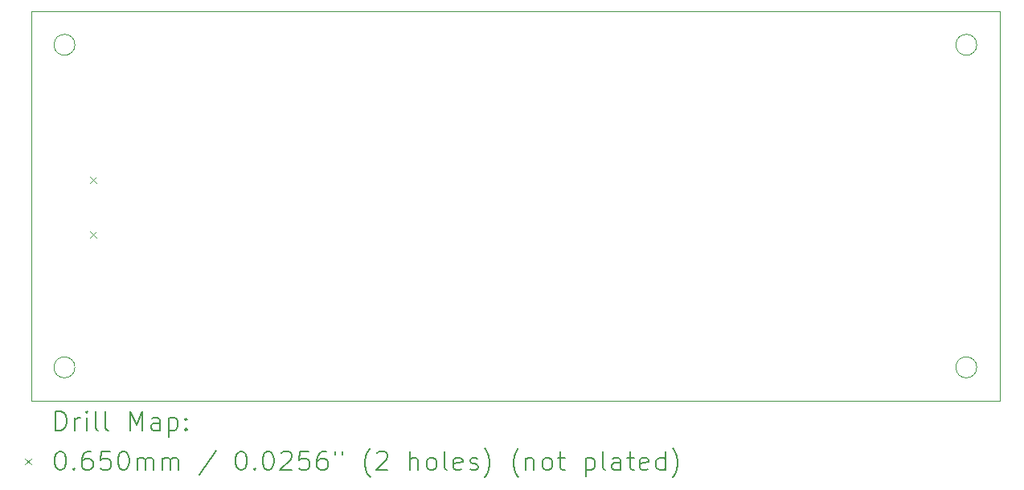
<source format=gbr>
%TF.GenerationSoftware,KiCad,Pcbnew,9.0.6-9.0.6~ubuntu24.04.1*%
%TF.CreationDate,2026-01-01T18:34:58+01:00*%
%TF.ProjectId,security-system,73656375-7269-4747-992d-73797374656d,0*%
%TF.SameCoordinates,Original*%
%TF.FileFunction,Drillmap*%
%TF.FilePolarity,Positive*%
%FSLAX45Y45*%
G04 Gerber Fmt 4.5, Leading zero omitted, Abs format (unit mm)*
G04 Created by KiCad (PCBNEW 9.0.6-9.0.6~ubuntu24.04.1) date 2026-01-01 18:34:58*
%MOMM*%
%LPD*%
G01*
G04 APERTURE LIST*
%ADD10C,0.038100*%
%ADD11C,0.200000*%
%ADD12C,0.100000*%
G04 APERTURE END LIST*
D10*
X22700000Y-10700000D02*
X22700000Y-6600000D01*
X12500000Y-10700000D02*
X22700000Y-10700000D01*
X12960000Y-10350000D02*
G75*
G02*
X12740000Y-10350000I-110000J0D01*
G01*
X12740000Y-10350000D02*
G75*
G02*
X12960000Y-10350000I110000J0D01*
G01*
X12500000Y-6600000D02*
X12500000Y-10700000D01*
X22700000Y-6600000D02*
X12500000Y-6600000D01*
X12960000Y-6950000D02*
G75*
G02*
X12740000Y-6950000I-110000J0D01*
G01*
X12740000Y-6950000D02*
G75*
G02*
X12960000Y-6950000I110000J0D01*
G01*
X22460000Y-10350000D02*
G75*
G02*
X22240000Y-10350000I-110000J0D01*
G01*
X22240000Y-10350000D02*
G75*
G02*
X22460000Y-10350000I110000J0D01*
G01*
X22460000Y-6950000D02*
G75*
G02*
X22240000Y-6950000I-110000J0D01*
G01*
X22240000Y-6950000D02*
G75*
G02*
X22460000Y-6950000I110000J0D01*
G01*
D11*
D12*
X13123500Y-8340500D02*
X13188500Y-8405500D01*
X13188500Y-8340500D02*
X13123500Y-8405500D01*
X13123500Y-8918500D02*
X13188500Y-8983500D01*
X13188500Y-8918500D02*
X13123500Y-8983500D01*
D11*
X12758872Y-11013389D02*
X12758872Y-10813389D01*
X12758872Y-10813389D02*
X12806491Y-10813389D01*
X12806491Y-10813389D02*
X12835062Y-10822913D01*
X12835062Y-10822913D02*
X12854110Y-10841960D01*
X12854110Y-10841960D02*
X12863634Y-10861008D01*
X12863634Y-10861008D02*
X12873157Y-10899103D01*
X12873157Y-10899103D02*
X12873157Y-10927675D01*
X12873157Y-10927675D02*
X12863634Y-10965770D01*
X12863634Y-10965770D02*
X12854110Y-10984817D01*
X12854110Y-10984817D02*
X12835062Y-11003865D01*
X12835062Y-11003865D02*
X12806491Y-11013389D01*
X12806491Y-11013389D02*
X12758872Y-11013389D01*
X12958872Y-11013389D02*
X12958872Y-10880055D01*
X12958872Y-10918151D02*
X12968396Y-10899103D01*
X12968396Y-10899103D02*
X12977919Y-10889579D01*
X12977919Y-10889579D02*
X12996967Y-10880055D01*
X12996967Y-10880055D02*
X13016015Y-10880055D01*
X13082681Y-11013389D02*
X13082681Y-10880055D01*
X13082681Y-10813389D02*
X13073157Y-10822913D01*
X13073157Y-10822913D02*
X13082681Y-10832436D01*
X13082681Y-10832436D02*
X13092205Y-10822913D01*
X13092205Y-10822913D02*
X13082681Y-10813389D01*
X13082681Y-10813389D02*
X13082681Y-10832436D01*
X13206491Y-11013389D02*
X13187443Y-11003865D01*
X13187443Y-11003865D02*
X13177919Y-10984817D01*
X13177919Y-10984817D02*
X13177919Y-10813389D01*
X13311253Y-11013389D02*
X13292205Y-11003865D01*
X13292205Y-11003865D02*
X13282681Y-10984817D01*
X13282681Y-10984817D02*
X13282681Y-10813389D01*
X13539824Y-11013389D02*
X13539824Y-10813389D01*
X13539824Y-10813389D02*
X13606491Y-10956246D01*
X13606491Y-10956246D02*
X13673157Y-10813389D01*
X13673157Y-10813389D02*
X13673157Y-11013389D01*
X13854110Y-11013389D02*
X13854110Y-10908627D01*
X13854110Y-10908627D02*
X13844586Y-10889579D01*
X13844586Y-10889579D02*
X13825538Y-10880055D01*
X13825538Y-10880055D02*
X13787443Y-10880055D01*
X13787443Y-10880055D02*
X13768396Y-10889579D01*
X13854110Y-11003865D02*
X13835062Y-11013389D01*
X13835062Y-11013389D02*
X13787443Y-11013389D01*
X13787443Y-11013389D02*
X13768396Y-11003865D01*
X13768396Y-11003865D02*
X13758872Y-10984817D01*
X13758872Y-10984817D02*
X13758872Y-10965770D01*
X13758872Y-10965770D02*
X13768396Y-10946722D01*
X13768396Y-10946722D02*
X13787443Y-10937198D01*
X13787443Y-10937198D02*
X13835062Y-10937198D01*
X13835062Y-10937198D02*
X13854110Y-10927675D01*
X13949348Y-10880055D02*
X13949348Y-11080055D01*
X13949348Y-10889579D02*
X13968396Y-10880055D01*
X13968396Y-10880055D02*
X14006491Y-10880055D01*
X14006491Y-10880055D02*
X14025538Y-10889579D01*
X14025538Y-10889579D02*
X14035062Y-10899103D01*
X14035062Y-10899103D02*
X14044586Y-10918151D01*
X14044586Y-10918151D02*
X14044586Y-10975294D01*
X14044586Y-10975294D02*
X14035062Y-10994341D01*
X14035062Y-10994341D02*
X14025538Y-11003865D01*
X14025538Y-11003865D02*
X14006491Y-11013389D01*
X14006491Y-11013389D02*
X13968396Y-11013389D01*
X13968396Y-11013389D02*
X13949348Y-11003865D01*
X14130300Y-10994341D02*
X14139824Y-11003865D01*
X14139824Y-11003865D02*
X14130300Y-11013389D01*
X14130300Y-11013389D02*
X14120777Y-11003865D01*
X14120777Y-11003865D02*
X14130300Y-10994341D01*
X14130300Y-10994341D02*
X14130300Y-11013389D01*
X14130300Y-10889579D02*
X14139824Y-10899103D01*
X14139824Y-10899103D02*
X14130300Y-10908627D01*
X14130300Y-10908627D02*
X14120777Y-10899103D01*
X14120777Y-10899103D02*
X14130300Y-10889579D01*
X14130300Y-10889579D02*
X14130300Y-10908627D01*
D12*
X12433095Y-11309405D02*
X12498095Y-11374405D01*
X12498095Y-11309405D02*
X12433095Y-11374405D01*
D11*
X12796967Y-11233389D02*
X12816015Y-11233389D01*
X12816015Y-11233389D02*
X12835062Y-11242913D01*
X12835062Y-11242913D02*
X12844586Y-11252436D01*
X12844586Y-11252436D02*
X12854110Y-11271484D01*
X12854110Y-11271484D02*
X12863634Y-11309579D01*
X12863634Y-11309579D02*
X12863634Y-11357198D01*
X12863634Y-11357198D02*
X12854110Y-11395293D01*
X12854110Y-11395293D02*
X12844586Y-11414341D01*
X12844586Y-11414341D02*
X12835062Y-11423865D01*
X12835062Y-11423865D02*
X12816015Y-11433389D01*
X12816015Y-11433389D02*
X12796967Y-11433389D01*
X12796967Y-11433389D02*
X12777919Y-11423865D01*
X12777919Y-11423865D02*
X12768396Y-11414341D01*
X12768396Y-11414341D02*
X12758872Y-11395293D01*
X12758872Y-11395293D02*
X12749348Y-11357198D01*
X12749348Y-11357198D02*
X12749348Y-11309579D01*
X12749348Y-11309579D02*
X12758872Y-11271484D01*
X12758872Y-11271484D02*
X12768396Y-11252436D01*
X12768396Y-11252436D02*
X12777919Y-11242913D01*
X12777919Y-11242913D02*
X12796967Y-11233389D01*
X12949348Y-11414341D02*
X12958872Y-11423865D01*
X12958872Y-11423865D02*
X12949348Y-11433389D01*
X12949348Y-11433389D02*
X12939824Y-11423865D01*
X12939824Y-11423865D02*
X12949348Y-11414341D01*
X12949348Y-11414341D02*
X12949348Y-11433389D01*
X13130300Y-11233389D02*
X13092205Y-11233389D01*
X13092205Y-11233389D02*
X13073157Y-11242913D01*
X13073157Y-11242913D02*
X13063634Y-11252436D01*
X13063634Y-11252436D02*
X13044586Y-11281008D01*
X13044586Y-11281008D02*
X13035062Y-11319103D01*
X13035062Y-11319103D02*
X13035062Y-11395293D01*
X13035062Y-11395293D02*
X13044586Y-11414341D01*
X13044586Y-11414341D02*
X13054110Y-11423865D01*
X13054110Y-11423865D02*
X13073157Y-11433389D01*
X13073157Y-11433389D02*
X13111253Y-11433389D01*
X13111253Y-11433389D02*
X13130300Y-11423865D01*
X13130300Y-11423865D02*
X13139824Y-11414341D01*
X13139824Y-11414341D02*
X13149348Y-11395293D01*
X13149348Y-11395293D02*
X13149348Y-11347674D01*
X13149348Y-11347674D02*
X13139824Y-11328627D01*
X13139824Y-11328627D02*
X13130300Y-11319103D01*
X13130300Y-11319103D02*
X13111253Y-11309579D01*
X13111253Y-11309579D02*
X13073157Y-11309579D01*
X13073157Y-11309579D02*
X13054110Y-11319103D01*
X13054110Y-11319103D02*
X13044586Y-11328627D01*
X13044586Y-11328627D02*
X13035062Y-11347674D01*
X13330300Y-11233389D02*
X13235062Y-11233389D01*
X13235062Y-11233389D02*
X13225538Y-11328627D01*
X13225538Y-11328627D02*
X13235062Y-11319103D01*
X13235062Y-11319103D02*
X13254110Y-11309579D01*
X13254110Y-11309579D02*
X13301729Y-11309579D01*
X13301729Y-11309579D02*
X13320777Y-11319103D01*
X13320777Y-11319103D02*
X13330300Y-11328627D01*
X13330300Y-11328627D02*
X13339824Y-11347674D01*
X13339824Y-11347674D02*
X13339824Y-11395293D01*
X13339824Y-11395293D02*
X13330300Y-11414341D01*
X13330300Y-11414341D02*
X13320777Y-11423865D01*
X13320777Y-11423865D02*
X13301729Y-11433389D01*
X13301729Y-11433389D02*
X13254110Y-11433389D01*
X13254110Y-11433389D02*
X13235062Y-11423865D01*
X13235062Y-11423865D02*
X13225538Y-11414341D01*
X13463634Y-11233389D02*
X13482681Y-11233389D01*
X13482681Y-11233389D02*
X13501729Y-11242913D01*
X13501729Y-11242913D02*
X13511253Y-11252436D01*
X13511253Y-11252436D02*
X13520777Y-11271484D01*
X13520777Y-11271484D02*
X13530300Y-11309579D01*
X13530300Y-11309579D02*
X13530300Y-11357198D01*
X13530300Y-11357198D02*
X13520777Y-11395293D01*
X13520777Y-11395293D02*
X13511253Y-11414341D01*
X13511253Y-11414341D02*
X13501729Y-11423865D01*
X13501729Y-11423865D02*
X13482681Y-11433389D01*
X13482681Y-11433389D02*
X13463634Y-11433389D01*
X13463634Y-11433389D02*
X13444586Y-11423865D01*
X13444586Y-11423865D02*
X13435062Y-11414341D01*
X13435062Y-11414341D02*
X13425538Y-11395293D01*
X13425538Y-11395293D02*
X13416015Y-11357198D01*
X13416015Y-11357198D02*
X13416015Y-11309579D01*
X13416015Y-11309579D02*
X13425538Y-11271484D01*
X13425538Y-11271484D02*
X13435062Y-11252436D01*
X13435062Y-11252436D02*
X13444586Y-11242913D01*
X13444586Y-11242913D02*
X13463634Y-11233389D01*
X13616015Y-11433389D02*
X13616015Y-11300055D01*
X13616015Y-11319103D02*
X13625538Y-11309579D01*
X13625538Y-11309579D02*
X13644586Y-11300055D01*
X13644586Y-11300055D02*
X13673158Y-11300055D01*
X13673158Y-11300055D02*
X13692205Y-11309579D01*
X13692205Y-11309579D02*
X13701729Y-11328627D01*
X13701729Y-11328627D02*
X13701729Y-11433389D01*
X13701729Y-11328627D02*
X13711253Y-11309579D01*
X13711253Y-11309579D02*
X13730300Y-11300055D01*
X13730300Y-11300055D02*
X13758872Y-11300055D01*
X13758872Y-11300055D02*
X13777919Y-11309579D01*
X13777919Y-11309579D02*
X13787443Y-11328627D01*
X13787443Y-11328627D02*
X13787443Y-11433389D01*
X13882681Y-11433389D02*
X13882681Y-11300055D01*
X13882681Y-11319103D02*
X13892205Y-11309579D01*
X13892205Y-11309579D02*
X13911253Y-11300055D01*
X13911253Y-11300055D02*
X13939824Y-11300055D01*
X13939824Y-11300055D02*
X13958872Y-11309579D01*
X13958872Y-11309579D02*
X13968396Y-11328627D01*
X13968396Y-11328627D02*
X13968396Y-11433389D01*
X13968396Y-11328627D02*
X13977919Y-11309579D01*
X13977919Y-11309579D02*
X13996967Y-11300055D01*
X13996967Y-11300055D02*
X14025538Y-11300055D01*
X14025538Y-11300055D02*
X14044586Y-11309579D01*
X14044586Y-11309579D02*
X14054110Y-11328627D01*
X14054110Y-11328627D02*
X14054110Y-11433389D01*
X14444586Y-11223865D02*
X14273158Y-11481008D01*
X14701729Y-11233389D02*
X14720777Y-11233389D01*
X14720777Y-11233389D02*
X14739824Y-11242913D01*
X14739824Y-11242913D02*
X14749348Y-11252436D01*
X14749348Y-11252436D02*
X14758872Y-11271484D01*
X14758872Y-11271484D02*
X14768396Y-11309579D01*
X14768396Y-11309579D02*
X14768396Y-11357198D01*
X14768396Y-11357198D02*
X14758872Y-11395293D01*
X14758872Y-11395293D02*
X14749348Y-11414341D01*
X14749348Y-11414341D02*
X14739824Y-11423865D01*
X14739824Y-11423865D02*
X14720777Y-11433389D01*
X14720777Y-11433389D02*
X14701729Y-11433389D01*
X14701729Y-11433389D02*
X14682681Y-11423865D01*
X14682681Y-11423865D02*
X14673158Y-11414341D01*
X14673158Y-11414341D02*
X14663634Y-11395293D01*
X14663634Y-11395293D02*
X14654110Y-11357198D01*
X14654110Y-11357198D02*
X14654110Y-11309579D01*
X14654110Y-11309579D02*
X14663634Y-11271484D01*
X14663634Y-11271484D02*
X14673158Y-11252436D01*
X14673158Y-11252436D02*
X14682681Y-11242913D01*
X14682681Y-11242913D02*
X14701729Y-11233389D01*
X14854110Y-11414341D02*
X14863634Y-11423865D01*
X14863634Y-11423865D02*
X14854110Y-11433389D01*
X14854110Y-11433389D02*
X14844586Y-11423865D01*
X14844586Y-11423865D02*
X14854110Y-11414341D01*
X14854110Y-11414341D02*
X14854110Y-11433389D01*
X14987443Y-11233389D02*
X15006491Y-11233389D01*
X15006491Y-11233389D02*
X15025539Y-11242913D01*
X15025539Y-11242913D02*
X15035062Y-11252436D01*
X15035062Y-11252436D02*
X15044586Y-11271484D01*
X15044586Y-11271484D02*
X15054110Y-11309579D01*
X15054110Y-11309579D02*
X15054110Y-11357198D01*
X15054110Y-11357198D02*
X15044586Y-11395293D01*
X15044586Y-11395293D02*
X15035062Y-11414341D01*
X15035062Y-11414341D02*
X15025539Y-11423865D01*
X15025539Y-11423865D02*
X15006491Y-11433389D01*
X15006491Y-11433389D02*
X14987443Y-11433389D01*
X14987443Y-11433389D02*
X14968396Y-11423865D01*
X14968396Y-11423865D02*
X14958872Y-11414341D01*
X14958872Y-11414341D02*
X14949348Y-11395293D01*
X14949348Y-11395293D02*
X14939824Y-11357198D01*
X14939824Y-11357198D02*
X14939824Y-11309579D01*
X14939824Y-11309579D02*
X14949348Y-11271484D01*
X14949348Y-11271484D02*
X14958872Y-11252436D01*
X14958872Y-11252436D02*
X14968396Y-11242913D01*
X14968396Y-11242913D02*
X14987443Y-11233389D01*
X15130301Y-11252436D02*
X15139824Y-11242913D01*
X15139824Y-11242913D02*
X15158872Y-11233389D01*
X15158872Y-11233389D02*
X15206491Y-11233389D01*
X15206491Y-11233389D02*
X15225539Y-11242913D01*
X15225539Y-11242913D02*
X15235062Y-11252436D01*
X15235062Y-11252436D02*
X15244586Y-11271484D01*
X15244586Y-11271484D02*
X15244586Y-11290532D01*
X15244586Y-11290532D02*
X15235062Y-11319103D01*
X15235062Y-11319103D02*
X15120777Y-11433389D01*
X15120777Y-11433389D02*
X15244586Y-11433389D01*
X15425539Y-11233389D02*
X15330301Y-11233389D01*
X15330301Y-11233389D02*
X15320777Y-11328627D01*
X15320777Y-11328627D02*
X15330301Y-11319103D01*
X15330301Y-11319103D02*
X15349348Y-11309579D01*
X15349348Y-11309579D02*
X15396967Y-11309579D01*
X15396967Y-11309579D02*
X15416015Y-11319103D01*
X15416015Y-11319103D02*
X15425539Y-11328627D01*
X15425539Y-11328627D02*
X15435062Y-11347674D01*
X15435062Y-11347674D02*
X15435062Y-11395293D01*
X15435062Y-11395293D02*
X15425539Y-11414341D01*
X15425539Y-11414341D02*
X15416015Y-11423865D01*
X15416015Y-11423865D02*
X15396967Y-11433389D01*
X15396967Y-11433389D02*
X15349348Y-11433389D01*
X15349348Y-11433389D02*
X15330301Y-11423865D01*
X15330301Y-11423865D02*
X15320777Y-11414341D01*
X15606491Y-11233389D02*
X15568396Y-11233389D01*
X15568396Y-11233389D02*
X15549348Y-11242913D01*
X15549348Y-11242913D02*
X15539824Y-11252436D01*
X15539824Y-11252436D02*
X15520777Y-11281008D01*
X15520777Y-11281008D02*
X15511253Y-11319103D01*
X15511253Y-11319103D02*
X15511253Y-11395293D01*
X15511253Y-11395293D02*
X15520777Y-11414341D01*
X15520777Y-11414341D02*
X15530301Y-11423865D01*
X15530301Y-11423865D02*
X15549348Y-11433389D01*
X15549348Y-11433389D02*
X15587443Y-11433389D01*
X15587443Y-11433389D02*
X15606491Y-11423865D01*
X15606491Y-11423865D02*
X15616015Y-11414341D01*
X15616015Y-11414341D02*
X15625539Y-11395293D01*
X15625539Y-11395293D02*
X15625539Y-11347674D01*
X15625539Y-11347674D02*
X15616015Y-11328627D01*
X15616015Y-11328627D02*
X15606491Y-11319103D01*
X15606491Y-11319103D02*
X15587443Y-11309579D01*
X15587443Y-11309579D02*
X15549348Y-11309579D01*
X15549348Y-11309579D02*
X15530301Y-11319103D01*
X15530301Y-11319103D02*
X15520777Y-11328627D01*
X15520777Y-11328627D02*
X15511253Y-11347674D01*
X15701729Y-11233389D02*
X15701729Y-11271484D01*
X15777920Y-11233389D02*
X15777920Y-11271484D01*
X16073158Y-11509579D02*
X16063634Y-11500055D01*
X16063634Y-11500055D02*
X16044586Y-11471484D01*
X16044586Y-11471484D02*
X16035063Y-11452436D01*
X16035063Y-11452436D02*
X16025539Y-11423865D01*
X16025539Y-11423865D02*
X16016015Y-11376246D01*
X16016015Y-11376246D02*
X16016015Y-11338151D01*
X16016015Y-11338151D02*
X16025539Y-11290532D01*
X16025539Y-11290532D02*
X16035063Y-11261960D01*
X16035063Y-11261960D02*
X16044586Y-11242913D01*
X16044586Y-11242913D02*
X16063634Y-11214341D01*
X16063634Y-11214341D02*
X16073158Y-11204817D01*
X16139824Y-11252436D02*
X16149348Y-11242913D01*
X16149348Y-11242913D02*
X16168396Y-11233389D01*
X16168396Y-11233389D02*
X16216015Y-11233389D01*
X16216015Y-11233389D02*
X16235063Y-11242913D01*
X16235063Y-11242913D02*
X16244586Y-11252436D01*
X16244586Y-11252436D02*
X16254110Y-11271484D01*
X16254110Y-11271484D02*
X16254110Y-11290532D01*
X16254110Y-11290532D02*
X16244586Y-11319103D01*
X16244586Y-11319103D02*
X16130301Y-11433389D01*
X16130301Y-11433389D02*
X16254110Y-11433389D01*
X16492205Y-11433389D02*
X16492205Y-11233389D01*
X16577920Y-11433389D02*
X16577920Y-11328627D01*
X16577920Y-11328627D02*
X16568396Y-11309579D01*
X16568396Y-11309579D02*
X16549348Y-11300055D01*
X16549348Y-11300055D02*
X16520777Y-11300055D01*
X16520777Y-11300055D02*
X16501729Y-11309579D01*
X16501729Y-11309579D02*
X16492205Y-11319103D01*
X16701729Y-11433389D02*
X16682682Y-11423865D01*
X16682682Y-11423865D02*
X16673158Y-11414341D01*
X16673158Y-11414341D02*
X16663634Y-11395293D01*
X16663634Y-11395293D02*
X16663634Y-11338151D01*
X16663634Y-11338151D02*
X16673158Y-11319103D01*
X16673158Y-11319103D02*
X16682682Y-11309579D01*
X16682682Y-11309579D02*
X16701729Y-11300055D01*
X16701729Y-11300055D02*
X16730301Y-11300055D01*
X16730301Y-11300055D02*
X16749348Y-11309579D01*
X16749348Y-11309579D02*
X16758872Y-11319103D01*
X16758872Y-11319103D02*
X16768396Y-11338151D01*
X16768396Y-11338151D02*
X16768396Y-11395293D01*
X16768396Y-11395293D02*
X16758872Y-11414341D01*
X16758872Y-11414341D02*
X16749348Y-11423865D01*
X16749348Y-11423865D02*
X16730301Y-11433389D01*
X16730301Y-11433389D02*
X16701729Y-11433389D01*
X16882682Y-11433389D02*
X16863634Y-11423865D01*
X16863634Y-11423865D02*
X16854110Y-11404817D01*
X16854110Y-11404817D02*
X16854110Y-11233389D01*
X17035063Y-11423865D02*
X17016015Y-11433389D01*
X17016015Y-11433389D02*
X16977920Y-11433389D01*
X16977920Y-11433389D02*
X16958872Y-11423865D01*
X16958872Y-11423865D02*
X16949348Y-11404817D01*
X16949348Y-11404817D02*
X16949348Y-11328627D01*
X16949348Y-11328627D02*
X16958872Y-11309579D01*
X16958872Y-11309579D02*
X16977920Y-11300055D01*
X16977920Y-11300055D02*
X17016015Y-11300055D01*
X17016015Y-11300055D02*
X17035063Y-11309579D01*
X17035063Y-11309579D02*
X17044587Y-11328627D01*
X17044587Y-11328627D02*
X17044587Y-11347674D01*
X17044587Y-11347674D02*
X16949348Y-11366722D01*
X17120777Y-11423865D02*
X17139825Y-11433389D01*
X17139825Y-11433389D02*
X17177920Y-11433389D01*
X17177920Y-11433389D02*
X17196968Y-11423865D01*
X17196968Y-11423865D02*
X17206491Y-11404817D01*
X17206491Y-11404817D02*
X17206491Y-11395293D01*
X17206491Y-11395293D02*
X17196968Y-11376246D01*
X17196968Y-11376246D02*
X17177920Y-11366722D01*
X17177920Y-11366722D02*
X17149348Y-11366722D01*
X17149348Y-11366722D02*
X17130301Y-11357198D01*
X17130301Y-11357198D02*
X17120777Y-11338151D01*
X17120777Y-11338151D02*
X17120777Y-11328627D01*
X17120777Y-11328627D02*
X17130301Y-11309579D01*
X17130301Y-11309579D02*
X17149348Y-11300055D01*
X17149348Y-11300055D02*
X17177920Y-11300055D01*
X17177920Y-11300055D02*
X17196968Y-11309579D01*
X17273158Y-11509579D02*
X17282682Y-11500055D01*
X17282682Y-11500055D02*
X17301729Y-11471484D01*
X17301729Y-11471484D02*
X17311253Y-11452436D01*
X17311253Y-11452436D02*
X17320777Y-11423865D01*
X17320777Y-11423865D02*
X17330301Y-11376246D01*
X17330301Y-11376246D02*
X17330301Y-11338151D01*
X17330301Y-11338151D02*
X17320777Y-11290532D01*
X17320777Y-11290532D02*
X17311253Y-11261960D01*
X17311253Y-11261960D02*
X17301729Y-11242913D01*
X17301729Y-11242913D02*
X17282682Y-11214341D01*
X17282682Y-11214341D02*
X17273158Y-11204817D01*
X17635063Y-11509579D02*
X17625539Y-11500055D01*
X17625539Y-11500055D02*
X17606491Y-11471484D01*
X17606491Y-11471484D02*
X17596968Y-11452436D01*
X17596968Y-11452436D02*
X17587444Y-11423865D01*
X17587444Y-11423865D02*
X17577920Y-11376246D01*
X17577920Y-11376246D02*
X17577920Y-11338151D01*
X17577920Y-11338151D02*
X17587444Y-11290532D01*
X17587444Y-11290532D02*
X17596968Y-11261960D01*
X17596968Y-11261960D02*
X17606491Y-11242913D01*
X17606491Y-11242913D02*
X17625539Y-11214341D01*
X17625539Y-11214341D02*
X17635063Y-11204817D01*
X17711253Y-11300055D02*
X17711253Y-11433389D01*
X17711253Y-11319103D02*
X17720777Y-11309579D01*
X17720777Y-11309579D02*
X17739825Y-11300055D01*
X17739825Y-11300055D02*
X17768396Y-11300055D01*
X17768396Y-11300055D02*
X17787444Y-11309579D01*
X17787444Y-11309579D02*
X17796968Y-11328627D01*
X17796968Y-11328627D02*
X17796968Y-11433389D01*
X17920777Y-11433389D02*
X17901729Y-11423865D01*
X17901729Y-11423865D02*
X17892206Y-11414341D01*
X17892206Y-11414341D02*
X17882682Y-11395293D01*
X17882682Y-11395293D02*
X17882682Y-11338151D01*
X17882682Y-11338151D02*
X17892206Y-11319103D01*
X17892206Y-11319103D02*
X17901729Y-11309579D01*
X17901729Y-11309579D02*
X17920777Y-11300055D01*
X17920777Y-11300055D02*
X17949349Y-11300055D01*
X17949349Y-11300055D02*
X17968396Y-11309579D01*
X17968396Y-11309579D02*
X17977920Y-11319103D01*
X17977920Y-11319103D02*
X17987444Y-11338151D01*
X17987444Y-11338151D02*
X17987444Y-11395293D01*
X17987444Y-11395293D02*
X17977920Y-11414341D01*
X17977920Y-11414341D02*
X17968396Y-11423865D01*
X17968396Y-11423865D02*
X17949349Y-11433389D01*
X17949349Y-11433389D02*
X17920777Y-11433389D01*
X18044587Y-11300055D02*
X18120777Y-11300055D01*
X18073158Y-11233389D02*
X18073158Y-11404817D01*
X18073158Y-11404817D02*
X18082682Y-11423865D01*
X18082682Y-11423865D02*
X18101729Y-11433389D01*
X18101729Y-11433389D02*
X18120777Y-11433389D01*
X18339825Y-11300055D02*
X18339825Y-11500055D01*
X18339825Y-11309579D02*
X18358872Y-11300055D01*
X18358872Y-11300055D02*
X18396968Y-11300055D01*
X18396968Y-11300055D02*
X18416015Y-11309579D01*
X18416015Y-11309579D02*
X18425539Y-11319103D01*
X18425539Y-11319103D02*
X18435063Y-11338151D01*
X18435063Y-11338151D02*
X18435063Y-11395293D01*
X18435063Y-11395293D02*
X18425539Y-11414341D01*
X18425539Y-11414341D02*
X18416015Y-11423865D01*
X18416015Y-11423865D02*
X18396968Y-11433389D01*
X18396968Y-11433389D02*
X18358872Y-11433389D01*
X18358872Y-11433389D02*
X18339825Y-11423865D01*
X18549349Y-11433389D02*
X18530301Y-11423865D01*
X18530301Y-11423865D02*
X18520777Y-11404817D01*
X18520777Y-11404817D02*
X18520777Y-11233389D01*
X18711253Y-11433389D02*
X18711253Y-11328627D01*
X18711253Y-11328627D02*
X18701730Y-11309579D01*
X18701730Y-11309579D02*
X18682682Y-11300055D01*
X18682682Y-11300055D02*
X18644587Y-11300055D01*
X18644587Y-11300055D02*
X18625539Y-11309579D01*
X18711253Y-11423865D02*
X18692206Y-11433389D01*
X18692206Y-11433389D02*
X18644587Y-11433389D01*
X18644587Y-11433389D02*
X18625539Y-11423865D01*
X18625539Y-11423865D02*
X18616015Y-11404817D01*
X18616015Y-11404817D02*
X18616015Y-11385770D01*
X18616015Y-11385770D02*
X18625539Y-11366722D01*
X18625539Y-11366722D02*
X18644587Y-11357198D01*
X18644587Y-11357198D02*
X18692206Y-11357198D01*
X18692206Y-11357198D02*
X18711253Y-11347674D01*
X18777920Y-11300055D02*
X18854110Y-11300055D01*
X18806491Y-11233389D02*
X18806491Y-11404817D01*
X18806491Y-11404817D02*
X18816015Y-11423865D01*
X18816015Y-11423865D02*
X18835063Y-11433389D01*
X18835063Y-11433389D02*
X18854110Y-11433389D01*
X18996968Y-11423865D02*
X18977920Y-11433389D01*
X18977920Y-11433389D02*
X18939825Y-11433389D01*
X18939825Y-11433389D02*
X18920777Y-11423865D01*
X18920777Y-11423865D02*
X18911253Y-11404817D01*
X18911253Y-11404817D02*
X18911253Y-11328627D01*
X18911253Y-11328627D02*
X18920777Y-11309579D01*
X18920777Y-11309579D02*
X18939825Y-11300055D01*
X18939825Y-11300055D02*
X18977920Y-11300055D01*
X18977920Y-11300055D02*
X18996968Y-11309579D01*
X18996968Y-11309579D02*
X19006491Y-11328627D01*
X19006491Y-11328627D02*
X19006491Y-11347674D01*
X19006491Y-11347674D02*
X18911253Y-11366722D01*
X19177920Y-11433389D02*
X19177920Y-11233389D01*
X19177920Y-11423865D02*
X19158872Y-11433389D01*
X19158872Y-11433389D02*
X19120777Y-11433389D01*
X19120777Y-11433389D02*
X19101730Y-11423865D01*
X19101730Y-11423865D02*
X19092206Y-11414341D01*
X19092206Y-11414341D02*
X19082682Y-11395293D01*
X19082682Y-11395293D02*
X19082682Y-11338151D01*
X19082682Y-11338151D02*
X19092206Y-11319103D01*
X19092206Y-11319103D02*
X19101730Y-11309579D01*
X19101730Y-11309579D02*
X19120777Y-11300055D01*
X19120777Y-11300055D02*
X19158872Y-11300055D01*
X19158872Y-11300055D02*
X19177920Y-11309579D01*
X19254111Y-11509579D02*
X19263634Y-11500055D01*
X19263634Y-11500055D02*
X19282682Y-11471484D01*
X19282682Y-11471484D02*
X19292206Y-11452436D01*
X19292206Y-11452436D02*
X19301730Y-11423865D01*
X19301730Y-11423865D02*
X19311253Y-11376246D01*
X19311253Y-11376246D02*
X19311253Y-11338151D01*
X19311253Y-11338151D02*
X19301730Y-11290532D01*
X19301730Y-11290532D02*
X19292206Y-11261960D01*
X19292206Y-11261960D02*
X19282682Y-11242913D01*
X19282682Y-11242913D02*
X19263634Y-11214341D01*
X19263634Y-11214341D02*
X19254111Y-11204817D01*
M02*

</source>
